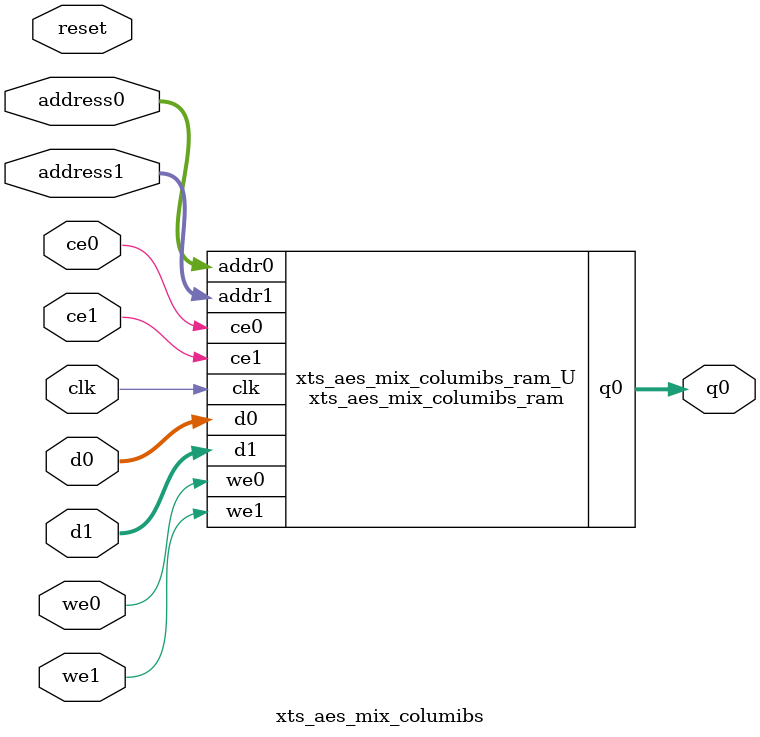
<source format=v>
`timescale 1 ns / 1 ps
module xts_aes_mix_columibs_ram (addr0, ce0, d0, we0, q0, addr1, ce1, d1, we1,  clk);

parameter DWIDTH = 6;
parameter AWIDTH = 4;
parameter MEM_SIZE = 12;

input[AWIDTH-1:0] addr0;
input ce0;
input[DWIDTH-1:0] d0;
input we0;
output reg[DWIDTH-1:0] q0;
input[AWIDTH-1:0] addr1;
input ce1;
input[DWIDTH-1:0] d1;
input we1;
input clk;

(* ram_style = "block" *)reg [DWIDTH-1:0] ram[0:MEM_SIZE-1];




always @(posedge clk)  
begin 
    if (ce0) 
    begin
        if (we0) 
        begin 
            ram[addr0] <= d0; 
        end 
        q0 <= ram[addr0];
    end
end


always @(posedge clk)  
begin 
    if (ce1) 
    begin
        if (we1) 
        begin 
            ram[addr1] <= d1; 
        end 
    end
end


endmodule

`timescale 1 ns / 1 ps
module xts_aes_mix_columibs(
    reset,
    clk,
    address0,
    ce0,
    we0,
    d0,
    q0,
    address1,
    ce1,
    we1,
    d1);

parameter DataWidth = 32'd6;
parameter AddressRange = 32'd12;
parameter AddressWidth = 32'd4;
input reset;
input clk;
input[AddressWidth - 1:0] address0;
input ce0;
input we0;
input[DataWidth - 1:0] d0;
output[DataWidth - 1:0] q0;
input[AddressWidth - 1:0] address1;
input ce1;
input we1;
input[DataWidth - 1:0] d1;



xts_aes_mix_columibs_ram xts_aes_mix_columibs_ram_U(
    .clk( clk ),
    .addr0( address0 ),
    .ce0( ce0 ),
    .we0( we0 ),
    .d0( d0 ),
    .q0( q0 ),
    .addr1( address1 ),
    .ce1( ce1 ),
    .we1( we1 ),
    .d1( d1 ));

endmodule


</source>
